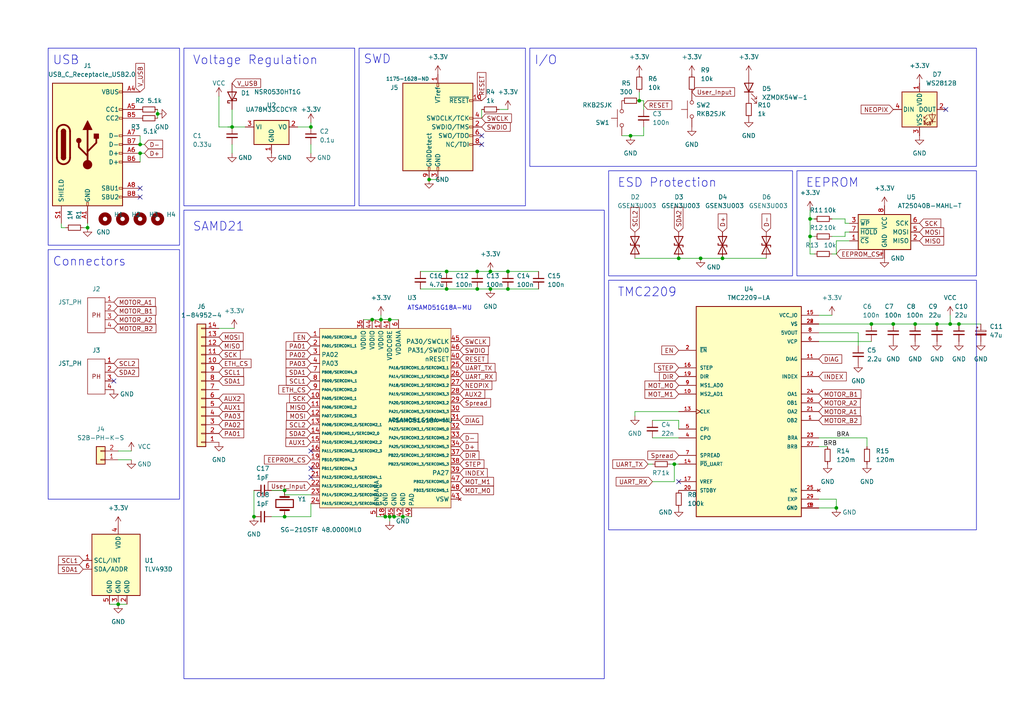
<source format=kicad_sch>
(kicad_sch (version 20230121) (generator eeschema)
  (paper "A4")
  (junction (at 129.54 78.74))
  (junction (at 113.03 149.86))
  (junction (at 107.95 92.71))
  (junction (at 25.4 66.04))
  (junction (at 147.32 83.82))
  (junction (at 129.54 83.82))
  (junction (at 114.3 149.86))
  (junction (at 234.95 68.58))
  (junction (at 195.58 134.62))
  (junction (at 147.32 78.74))
  (junction (at 265.43 93.98))
  (junction (at 82.55 142.24))
  (junction (at 90.17 36.83))
  (junction (at 259.08 93.98))
  (junction (at 278.13 93.98))
  (junction (at 138.43 78.74))
  (junction (at 209.55 74.93))
  (junction (at 82.55 149.86))
  (junction (at 138.43 83.82))
  (junction (at 67.31 36.83))
  (junction (at 110.49 92.71))
  (junction (at 196.85 74.93))
  (junction (at 242.57 147.32))
  (junction (at 113.03 92.71))
  (junction (at 40.64 44.45))
  (junction (at 252.73 93.98))
  (junction (at 40.64 41.91))
  (junction (at 234.95 63.5))
  (junction (at 142.24 78.74))
  (junction (at 182.88 39.37))
  (junction (at 45.72 33.02))
  (junction (at 124.46 52.07))
  (junction (at 203.2 74.93))
  (junction (at 116.84 149.86))
  (junction (at 73.66 149.86))
  (junction (at 271.78 93.98))
  (junction (at 34.29 175.26))
  (junction (at 111.76 149.86))
  (junction (at 185.42 29.21))
  (junction (at 275.59 93.98))
  (junction (at 142.24 83.82))
  (no_connect (at 40.64 54.61))
  (no_connect (at 139.7 39.37))
  (no_connect (at 33.02 110.49))
  (no_connect (at 196.85 139.7))
  (no_connect (at 90.17 138.43))
  (no_connect (at 40.64 57.15))
  (no_connect (at 90.17 130.81))
  (no_connect (at 139.7 41.91))
  (no_connect (at 90.17 135.89))
  (no_connect (at 274.32 31.75))
  (wire (pts (xy 138.43 78.74) (xy 142.24 78.74)))
  (wire (pts (xy 40.64 41.91) (xy 41.91 41.91)))
  (wire (pts (xy 19.05 66.04) (xy 17.78 66.04)))
  (wire (pts (xy 38.1 133.35) (xy 34.29 133.35)))
  (wire (pts (xy 34.29 175.26) (xy 36.83 175.26)))
  (wire (pts (xy 245.11 64.77) (xy 246.38 64.77)))
  (wire (pts (xy 186.69 31.75) (xy 186.69 29.21)))
  (wire (pts (xy 248.92 96.52) (xy 237.49 96.52)))
  (wire (pts (xy 142.24 78.74) (xy 147.32 78.74)))
  (wire (pts (xy 63.5 27.94) (xy 63.5 36.83)))
  (wire (pts (xy 121.92 78.74) (xy 129.54 78.74)))
  (wire (pts (xy 203.2 74.93) (xy 209.55 74.93)))
  (wire (pts (xy 78.74 149.86) (xy 82.55 149.86)))
  (wire (pts (xy 73.66 142.24) (xy 73.66 149.86)))
  (wire (pts (xy 113.03 92.71) (xy 115.57 92.71)))
  (wire (pts (xy 237.49 99.06) (xy 252.73 99.06)))
  (wire (pts (xy 259.08 93.98) (xy 265.43 93.98)))
  (wire (pts (xy 234.95 60.96) (xy 234.95 63.5)))
  (wire (pts (xy 67.31 31.75) (xy 67.31 36.83)))
  (wire (pts (xy 116.84 149.86) (xy 114.3 149.86)))
  (wire (pts (xy 86.36 36.83) (xy 90.17 36.83)))
  (wire (pts (xy 109.22 149.86) (xy 111.76 149.86)))
  (wire (pts (xy 67.945 95.25) (xy 63.5 95.25)))
  (wire (pts (xy 40.64 39.37) (xy 40.64 41.91)))
  (wire (pts (xy 38.1 130.81) (xy 34.29 130.81)))
  (wire (pts (xy 241.3 73.66) (xy 242.57 73.66)))
  (wire (pts (xy 237.49 129.54) (xy 240.03 129.54)))
  (wire (pts (xy 25.4 64.77) (xy 25.4 66.04)))
  (wire (pts (xy 24.13 66.04) (xy 25.4 66.04)))
  (wire (pts (xy 242.57 147.32) (xy 237.49 147.32)))
  (wire (pts (xy 66.04 36.83) (xy 67.31 36.83)) (stroke (width 0.1524)))
  (wire (pts (xy 196.85 119.38) (xy 184.15 119.38)))
  (wire (pts (xy 189.23 139.7) (xy 195.58 139.7)))
  (wire (pts (xy 275.59 93.98) (xy 278.13 93.98)))
  (wire (pts (xy 182.88 39.37) (xy 180.34 39.37)))
  (wire (pts (xy 195.58 134.62) (xy 196.85 134.62)))
  (wire (pts (xy 45.72 33.02) (xy 45.72 31.75)))
  (wire (pts (xy 186.69 36.83) (xy 186.69 39.37)))
  (wire (pts (xy 237.49 93.98) (xy 252.73 93.98)))
  (wire (pts (xy 107.95 92.71) (xy 110.49 92.71)))
  (wire (pts (xy 242.57 69.85) (xy 246.38 69.85)))
  (wire (pts (xy 189.23 134.62) (xy 187.96 134.62)))
  (wire (pts (xy 78.74 142.24) (xy 82.55 142.24)))
  (wire (pts (xy 147.32 31.75) (xy 144.78 31.75)))
  (wire (pts (xy 237.49 144.78) (xy 242.57 144.78)))
  (wire (pts (xy 275.59 91.44) (xy 275.59 93.98)))
  (wire (pts (xy 82.55 143.51) (xy 82.55 142.24)))
  (wire (pts (xy 71.12 36.83) (xy 67.31 36.83)) (stroke (width 0.1524)))
  (wire (pts (xy 185.42 26.67) (xy 185.42 29.21)))
  (wire (pts (xy 245.11 67.31) (xy 246.38 67.31)))
  (wire (pts (xy 189.23 127) (xy 196.85 127)))
  (wire (pts (xy 265.43 93.98) (xy 271.78 93.98)))
  (wire (pts (xy 234.95 68.58) (xy 234.95 63.5)))
  (wire (pts (xy 237.49 127) (xy 251.46 127)))
  (wire (pts (xy 236.22 63.5) (xy 234.95 63.5)))
  (wire (pts (xy 114.3 149.86) (xy 113.03 149.86)))
  (wire (pts (xy 186.69 29.21) (xy 185.42 29.21)))
  (wire (pts (xy 184.15 74.93) (xy 196.85 74.93)))
  (wire (pts (xy 147.32 78.74) (xy 156.21 78.74)))
  (wire (pts (xy 45.72 34.29) (xy 45.72 33.02)))
  (wire (pts (xy 196.85 74.93) (xy 203.2 74.93)))
  (wire (pts (xy 31.75 175.26) (xy 34.29 175.26)))
  (wire (pts (xy 241.3 91.44) (xy 237.49 91.44)))
  (wire (pts (xy 124.46 52.07) (xy 127 52.07)))
  (wire (pts (xy 245.11 63.5) (xy 245.11 64.77)))
  (wire (pts (xy 278.13 93.98) (xy 284.48 93.98)))
  (wire (pts (xy 40.64 44.45) (xy 40.64 46.99)))
  (wire (pts (xy 184.15 119.38) (xy 184.15 120.65)))
  (wire (pts (xy 236.22 73.66) (xy 234.95 73.66)))
  (wire (pts (xy 82.55 149.86) (xy 90.17 149.86)))
  (wire (pts (xy 67.31 44.45) (xy 67.31 41.91)))
  (wire (pts (xy 234.95 73.66) (xy 234.95 68.58)))
  (wire (pts (xy 242.57 73.66) (xy 242.57 69.85)))
  (wire (pts (xy 63.5 36.83) (xy 67.31 36.83)))
  (wire (pts (xy 113.03 149.86) (xy 113.03 151.13)))
  (wire (pts (xy 252.73 93.98) (xy 259.08 93.98)))
  (wire (pts (xy 129.54 78.74) (xy 138.43 78.74)))
  (wire (pts (xy 245.11 68.58) (xy 245.11 67.31)))
  (wire (pts (xy 90.17 41.91) (xy 90.17 44.45)))
  (wire (pts (xy 116.84 149.86) (xy 119.38 149.86)))
  (wire (pts (xy 186.69 39.37) (xy 182.88 39.37)))
  (wire (pts (xy 271.78 93.98) (xy 275.59 93.98)))
  (wire (pts (xy 241.3 63.5) (xy 245.11 63.5)))
  (wire (pts (xy 139.7 31.75) (xy 139.7 34.29)))
  (wire (pts (xy 196.85 121.92) (xy 196.85 124.46)))
  (wire (pts (xy 110.49 91.44) (xy 110.49 92.71)))
  (wire (pts (xy 241.3 68.58) (xy 245.11 68.58)))
  (wire (pts (xy 194.31 134.62) (xy 195.58 134.62)))
  (wire (pts (xy 147.32 83.82) (xy 156.21 83.82)))
  (wire (pts (xy 111.76 149.86) (xy 113.03 149.86)))
  (wire (pts (xy 195.58 139.7) (xy 195.58 134.62)))
  (wire (pts (xy 129.54 83.82) (xy 138.43 83.82)))
  (wire (pts (xy 121.92 83.82) (xy 129.54 83.82)))
  (wire (pts (xy 189.23 121.92) (xy 196.85 121.92)))
  (wire (pts (xy 242.57 144.78) (xy 242.57 147.32)))
  (wire (pts (xy 110.49 92.71) (xy 113.03 92.71)))
  (wire (pts (xy 17.78 64.77) (xy 17.78 66.04)))
  (wire (pts (xy 105.41 92.71) (xy 107.95 92.71)))
  (wire (pts (xy 40.64 44.45) (xy 41.91 44.45)))
  (wire (pts (xy 142.24 83.82) (xy 147.32 83.82)))
  (wire (pts (xy 90.17 35.56) (xy 90.17 36.83)))
  (wire (pts (xy 90.17 149.86) (xy 90.17 146.05)))
  (wire (pts (xy 236.22 68.58) (xy 234.95 68.58)))
  (wire (pts (xy 90.17 143.51) (xy 82.55 143.51)))
  (wire (pts (xy 209.55 74.93) (xy 222.25 74.93)))
  (wire (pts (xy 251.46 127) (xy 251.46 129.54)))
  (wire (pts (xy 248.92 100.33) (xy 248.92 96.52)))
  (wire (pts (xy 138.43 83.82) (xy 142.24 83.82)))
  (rectangle (start 53.34 13.97) (end 102.87 59.69))
  (rectangle (start 153.67 13.97) (end 283.21 48.26))
  (rectangle (start 53.34 60.96) (end 175.26 196.85))
  (rectangle (start 176.53 81.28) (end 283.21 153.67))
  (rectangle (start 13.97 13.97) (end 52.07 71.12))
  (rectangle (start 13.97 72.39) (end 52.07 144.78))
  (rectangle (start 231.14 49.53) (end 283.21 80.01))
  (rectangle (start 104.14 13.97) (end 152.4 59.69))
  (rectangle (start 176.53 49.53) (end 229.87 80.01))
  (text "SAMD21" (at 55.88 67.31 0) (effects (font (size 2.54 2.54)) (justify left bottom)))
  (text "					" (at 38.1 161.29 0) (effects (font (size 5.08 5.08)) (justify left bottom)))
  (text "EEPROM" (at 233.68 54.61 0) (effects (font (size 2.54 2.54)) (justify left bottom)))
  (text "Connectors" (at 15.24 77.47 0) (effects (font (size 2.54 2.54)) (justify left bottom)))
  (text "ESD Protection\n" (at 179.07 54.61 0) (effects (font (size 2.54 2.54)) (justify left bottom)))
  (text "TMC2209" (at 179.07 86.36 0) (effects (font (size 2.54 2.54)) (justify left bottom)))
  (text "I/O" (at 154.94 19.05 0) (effects (font (size 2.54 2.54)) (justify left bottom)))
  (text "ATSAMD51G18A-MU" (at 118.11 90.17 0) (effects (font (size 1.27 1.27)) (justify left bottom)))
  (text "Voltage Regulation\n" (at 55.88 19.05 0) (effects (font (size 2.54 2.54)) (justify left bottom)))
  (text "SWD\n\n" (at 105.41 22.86 0) (effects (font (size 2.54 2.54)) (justify left bottom)))
  (text "USB" (at 15.24 19.05 0) (effects (font (size 2.54 2.54)) (justify left bottom)))
  (label "BRA" (at 242.57 127 0))
  (label "BRB" (at 238.76 129.54 0))
  (global_label "RESET" (shape input) (at 186.69 30.48 0) (property "Intersheetrefs" "${INTERSHEET_REFS}" (effects hide)))
  (global_label "D+" (shape input) (at 41.91 44.45 0) (property "Intersheetrefs" "${INTERSHEET_REFS}" (effects hide)))
  (global_label "MISO" (shape input) (at 63.5 100.33 0) (property "Intersheetrefs" "${INTERSHEET_REFS}" (effects hide)))
  (global_label "SDA1" (shape input) (at 90.17 107.95 180) (property "Intersheetrefs" "${INTERSHEET_REFS}" (effects hide)))
  (global_label "SDA1" (shape input) (at 24.13 165.1 180) (property "Intersheetrefs" "${INTERSHEET_REFS}" (effects hide)))
  (global_label "AUX2" (shape input) (at 133.35 114.3 0) (property "Intersheetrefs" "${INTERSHEET_REFS}" (effects hide)))
  (global_label "MOTOR_B2" (shape input) (at 237.49 121.92 0) (property "Intersheetrefs" "${INTERSHEET_REFS}" (effects hide)))
  (global_label "SCL2" (shape input) (at 90.17 123.19 180) (property "Intersheetrefs" "${INTERSHEET_REFS}" (effects hide)))
  (global_label "MOT_M1" (shape input) (at 133.35 139.7 0) (property "Intersheetrefs" "${INTERSHEET_REFS}" (effects hide)))
  (global_label "UART_RX" (shape input) (at 133.35 109.22 0) (property "Intersheetrefs" "${INTERSHEET_REFS}" (effects hide)))
  (global_label "PA03" (shape input) (at 63.5 120.65 0) (property "Intersheetrefs" "${INTERSHEET_REFS}" (effects hide)))
  (global_label "PA01" (shape input) (at 90.17 100.33 180) (property "Intersheetrefs" "${INTERSHEET_REFS}" (effects hide)))
  (global_label "SCL1" (shape input) (at 63.5 107.95 0) (property "Intersheetrefs" "${INTERSHEET_REFS}" (effects hide)))
  (global_label "AUX2" (shape input) (at 63.5 115.57 0) (property "Intersheetrefs" "${INTERSHEET_REFS}" (effects hide)))
  (global_label "EN" (shape input) (at 196.85 101.6 180) (property "Intersheetrefs" "${INTERSHEET_REFS}" (effects hide)))
  (global_label "D-" (shape input) (at 222.25 67.31 90) (property "Intersheetrefs" "${INTERSHEET_REFS}" (effects hide)))
  (global_label "SCL2" (shape input) (at 184.15 67.31 90) (property "Intersheetrefs" "${INTERSHEET_REFS}" (effects hide)))
  (global_label "SCL2" (shape input) (at 33.02 105.41 0) (property "Intersheetrefs" "${INTERSHEET_REFS}" (effects hide)))
  (global_label "NEOPIX" (shape input) (at 133.35 111.76 0) (property "Intersheetrefs" "${INTERSHEET_REFS}" (effects hide)))
  (global_label "INDEX" (shape input) (at 133.35 137.16 0) (property "Intersheetrefs" "${INTERSHEET_REFS}" (effects hide)))
  (global_label "V_USB" (shape input) (at 67.31 24.13 0) (property "Intersheetrefs" "${INTERSHEET_REFS}" (effects hide)))
  (global_label "Spread" (shape input) (at 196.85 132.08 180) (property "Intersheetrefs" "${INTERSHEET_REFS}" (effects hide)))
  (global_label "D+" (shape input) (at 133.35 129.54 0) (property "Intersheetrefs" "${INTERSHEET_REFS}" (effects hide)))
  (global_label "EEPROM_CS" (shape input) (at 90.17 133.35 180) (property "Intersheetrefs" "${INTERSHEET_REFS}" (effects hide)))
  (global_label "SWDIO" (shape input) (at 133.35 101.6 0) (property "Intersheetrefs" "${INTERSHEET_REFS}" (effects hide)))
  (global_label "D-" (shape input) (at 133.35 127 0) (property "Intersheetrefs" "${INTERSHEET_REFS}" (effects hide)))
  (global_label "SCL1" (shape input) (at 90.17 110.49 180) (property "Intersheetrefs" "${INTERSHEET_REFS}" (effects hide)))
  (global_label "MISO" (shape input) (at 266.7 69.85 0) (property "Intersheetrefs" "${INTERSHEET_REFS}" (effects hide)))
  (global_label "PA02" (shape input) (at 63.5 123.19 0) (property "Intersheetrefs" "${INTERSHEET_REFS}" (effects hide)))
  (global_label "DIR" (shape input) (at 196.85 109.22 180) (property "Intersheetrefs" "${INTERSHEET_REFS}" (effects hide)))
  (global_label "SDA2" (shape input) (at 90.17 125.73 180) (property "Intersheetrefs" "${INTERSHEET_REFS}" (effects hide)))
  (global_label "D-" (shape input) (at 41.91 41.91 0) (property "Intersheetrefs" "${INTERSHEET_REFS}" (effects hide)))
  (global_label "ETH_CS" (shape input) (at 90.17 113.03 180) (property "Intersheetrefs" "${INTERSHEET_REFS}" (effects hide)))
  (global_label "SWCLK" (shape input) (at 139.7 34.29 0) (property "Intersheetrefs" "${INTERSHEET_REFS}" (effects hide)))
  (global_label "EN" (shape input) (at 90.17 97.79 180) (property "Intersheetrefs" "${INTERSHEET_REFS}" (effects hide)))
  (global_label "PA01" (shape input) (at 63.5 125.73 0) (property "Intersheetrefs" "${INTERSHEET_REFS}" (effects hide)))
  (global_label "STEP" (shape input) (at 196.85 106.68 180) (property "Intersheetrefs" "${INTERSHEET_REFS}" (effects hide)))
  (global_label "MOSI" (shape input) (at 63.5 97.79 0) (property "Intersheetrefs" "${INTERSHEET_REFS}" (effects hide)))
  (global_label "MOTOR_A2" (shape input) (at 237.49 116.84 0) (property "Intersheetrefs" "${INTERSHEET_REFS}" (effects hide)))
  (global_label "SCK" (shape input) (at 63.5 102.87 0) (property "Intersheetrefs" "${INTERSHEET_REFS}" (effects hide)))
  (global_label "NEOPIX" (shape input) (at 259.08 31.75 180) (property "Intersheetrefs" "${INTERSHEET_REFS}" (effects hide)))
  (global_label "DIAG" (shape input) (at 133.35 121.92 0) (property "Intersheetrefs" "${INTERSHEET_REFS}" (effects hide)))
  (global_label "AUX1" (shape input) (at 90.17 128.27 180) (property "Intersheetrefs" "${INTERSHEET_REFS}" (effects hide)))
  (global_label "DIR" (shape input) (at 133.35 132.08 0) (property "Intersheetrefs" "${INTERSHEET_REFS}" (effects hide)))
  (global_label "Spread" (shape input) (at 133.35 116.84 0) (property "Intersheetrefs" "${INTERSHEET_REFS}" (effects hide)))
  (global_label "SWCLK" (shape input) (at 133.35 99.06 0) (property "Intersheetrefs" "${INTERSHEET_REFS}" (effects hide)))
  (global_label "UART_RX" (shape input) (at 189.23 139.7 180) (property "Intersheetrefs" "${INTERSHEET_REFS}" (effects hide)))
  (global_label "DIAG" (shape input) (at 237.49 104.14 0) (property "Intersheetrefs" "${INTERSHEET_REFS}" (effects hide)))
  (global_label "UART_TX" (shape input) (at 133.35 106.68 0) (property "Intersheetrefs" "${INTERSHEET_REFS}" (effects hide)))
  (global_label "MISO" (shape input) (at 90.17 118.11 180) (property "Intersheetrefs" "${INTERSHEET_REFS}" (effects hide)))
  (global_label "MOTOR_B2" (shape input) (at 33.02 95.25 0) (property "Intersheetrefs" "${INTERSHEET_REFS}" (effects hide)))
  (global_label "SDA2" (shape input) (at 33.02 107.95 0) (property "Intersheetrefs" "${INTERSHEET_REFS}" (effects hide)))
  (global_label "AUX1" (shape input) (at 63.5 118.11 0) (property "Intersheetrefs" "${INTERSHEET_REFS}" (effects hide)))
  (global_label "MOTOR_B1" (shape input) (at 33.02 90.17 0) (property "Intersheetrefs" "${INTERSHEET_REFS}" (effects hide)))
  (global_label "SDA1" (shape input) (at 63.5 110.49 0) (property "Intersheetrefs" "${INTERSHEET_REFS}" (effects hide)))
  (global_label "V_USB" (shape input) (at 40.64 26.67 90) (property "Intersheetrefs" "${INTERSHEET_REFS}" (effects hide)))
  (global_label "MOT_M0" (shape input) (at 133.35 142.24 0) (property "Intersheetrefs" "${INTERSHEET_REFS}" (effects hide)))
  (global_label "RESET" (shape input) (at 139.7 29.21 90) (property "Intersheetrefs" "${INTERSHEET_REFS}" (effects hide)))
  (global_label "MOT_M1" (shape input) (at 196.85 114.3 180) (property "Intersheetrefs" "${INTERSHEET_REFS}" (effects hide)))
  (global_label "SWDIO" (shape input) (at 139.7 36.83 0) (property "Intersheetrefs" "${INTERSHEET_REFS}" (effects hide)))
  (global_label "MOT_M0" (shape input) (at 196.85 111.76 180) (property "Intersheetrefs" "${INTERSHEET_REFS}" (effects hide)))
  (global_label "PA03" (shape input) (at 90.17 105.41 180) (property "Intersheetrefs" "${INTERSHEET_REFS}" (effects hide)))
  (global_label "ETH_CS" (shape input) (at 63.5 105.41 0) (property "Intersheetrefs" "${INTERSHEET_REFS}" (effects hide)))
  (global_label "UART_TX" (shape input) (at 187.96 134.62 180) (property "Intersheetrefs" "${INTERSHEET_REFS}" (effects hide)))
  (global_label "PA02" (shape input) (at 90.17 102.87 180) (property "Intersheetrefs" "${INTERSHEET_REFS}" (effects hide)))
  (global_label "User_Input" (shape input) (at 200.66 26.67 0) (property "Intersheetrefs" "${INTERSHEET_REFS}" (effects hide)))
  (global_label "User_Input" (shape input) (at 90.17 140.97 180) (property "Intersheetrefs" "${INTERSHEET_REFS}" (effects hide)))
  (global_label "SCK" (shape input) (at 90.17 115.57 180) (property "Intersheetrefs" "${INTERSHEET_REFS}" (effects hide)))
  (global_label "MOTOR_A2" (shape input) (at 33.02 92.71 0) (property "Intersheetrefs" "${INTERSHEET_REFS}" (effects hide)))
  (global_label "D+" (shape input) (at 209.55 67.31 90) (property "Intersheetrefs" "${INTERSHEET_REFS}" (effects hide)))
  (global_label "MOSI" (shape input) (at 266.7 67.31 0) (property "Intersheetrefs" "${INTERSHEET_REFS}" (effects hide)))
  (global_label "MOTOR_B1" (shape input) (at 237.49 114.3 0) (property "Intersheetrefs" "${INTERSHEET_REFS}" (effects hide)))
  (global_label "STEP" (shape input) (at 133.35 134.62 0) (property "Intersheetrefs" "${INTERSHEET_REFS}" (effects hide)))
  (global_label "MOTOR_A1" (shape input) (at 237.49 119.38 0) (property "Intersheetrefs" "${INTERSHEET_REFS}" (effects hide)))
  (global_label "SCL1" (shape input) (at 24.13 162.56 180) (property "Intersheetrefs" "${INTERSHEET_REFS}" (effects hide)))
  (global_label "EEPROM_CS" (shape input) (at 242.57 73.66 0) (property "Intersheetrefs" "${INTERSHEET_REFS}" (effects hide)))
  (global_label "INDEX" (shape input) (at 237.49 109.22 0) (property "Intersheetrefs" "${INTERSHEET_REFS}" (effects hide)))
  (global_label "SDA2" (shape input) (at 196.85 67.31 90) (property "Intersheetrefs" "${INTERSHEET_REFS}" (effects hide)))
  (global_label "MOTOR_A1" (shape input) (at 33.02 87.63 0) (property "Intersheetrefs" "${INTERSHEET_REFS}" (effects hide)))
  (global_label "SCK" (shape input) (at 266.7 64.77 0) (property "Intersheetrefs" "${INTERSHEET_REFS}" (effects hide)))
  (global_label "MOSI" (shape input) (at 90.17 120.65 180) (property "Intersheetrefs" "${INTERSHEET_REFS}" (effects hide)))
  (global_label "RESET" (shape input) (at 133.35 104.14 0) (property "Intersheetrefs" "${INTERSHEET_REFS}" (effects hide)))
  (symbol (lib_id "power:GND") (at 196.85 147.32 0) (unit 1)
    (property "Reference" "#PWR022" (effects hide))
    (property "Value" "GND" (at 193.04 148.59 0))
  )
  (symbol (lib_id "power:GND") (at 256.54 74.93 0) (unit 1)
    (property "Reference" "#PWR035" (effects hide))
    (property "Value" "GND" (at 260.35 74.93 0))
  )
  (symbol (lib_id "Connector_Generic:Conn_01x14") (at 58.42 113.03 180) (unit 1)
    (property "Reference" "J6" (at 58.42 88.9 0))
    (property "Value" "1-84952-4" (at 58.42 91.44 0))
    (property "Footprint" "Connector_FFC-FPC:TE_1-84952-4_1x14-1MP_P1.0mm_Horizontal" (effects hide))
  )
  (symbol (lib_id "power:GND") (at 217.17 34.29 0) (unit 1)
    (property "Reference" "#PWR027" (effects hide))
    (property "Value" "GND" (at 217.17 39.37 0))
  )
  (symbol (lib_id "Device:R_Small") (at 238.76 73.66 90) (unit 1)
    (property "Reference" "R13" (at 237.49 71.12 90) (effects (justify left)))
    (property "Value" "10k" (at 242.57 71.12 90) (effects (justify left)))
    (property "Footprint" "Resistor_SMD:R_0402_1005Metric" (effects hide))
  )
  (symbol (lib_id "Device:LED") (at 217.17 25.4 90) (unit 1)
    (property "Reference" "D5" (at 220.98 25.7175 90) (effects (justify right)))
    (property "Value" "XZMDK54W-1" (at 220.98 28.2575 90) (effects (justify right)))
    (property "Footprint" "LED_SMD:LED_0603_1608Metric" (effects hide))
  )
  (symbol (lib_id "Mechanical:MountingHole") (at 40.64 63.5 0) (unit 1)
    (property "Reference" "H3" (at 43.18 62.23 0) (effects (justify left)))
    (property "Value" "MountingHole" (effects hide))
    (property "Footprint" "MountingHole:MountingHole_3.2mm_M3" (effects hide))
  )
  (symbol (lib_id "power:+3.3V") (at 142.24 78.74 0) (unit 1)
    (property "Reference" "#PWR047" (effects hide))
    (property "Value" "+3.3V" (at 142.24 73.66 0))
  )
  (symbol (lib_id "power:GND") (at 124.46 52.07 0) (unit 1)
    (property "Reference" "#PWR016" (effects hide))
    (property "Value" "GND" (at 128.27 52.07 0))
  )
  (symbol (lib_id "Device:C_Small") (at 252.73 96.52 0) (unit 1)
    (property "Reference" "C6" (at 250.19 88.9 0) (effects (justify left)))
    (property "Value" "100n" (at 250.19 91.44 0) (effects (justify left)))
    (property "Footprint" "Capacitor_SMD:C_0402_1005Metric" (effects hide))
  )
  (symbol (lib_id "power:VCC") (at 275.59 91.44 0) (unit 1)
    (property "Reference" "#PWR041" (effects hide))
    (property "Value" "VCC" (at 275.59 86.36 0))
  )
  (symbol (lib_id "power:GND") (at 240.03 134.62 0) (unit 1)
    (property "Reference" "#PWR029" (effects hide))
    (property "Value" "GND" (at 240.03 139.7 0))
  )
  (symbol (lib_id "Device:C_Small") (at 90.17 39.37 0) (unit 1)
    (property "Reference" "C2" (at 92.71 38.1063 0) (effects (justify left)))
    (property "Value" "0.1u" (at 92.71 40.6463 0) (effects (justify left)))
    (property "Footprint" "Capacitor_SMD:C_0402_1005Metric" (effects hide))
  )
  (symbol (lib_id "Diode:NSR0340HT1G") (at 67.31 27.94 90) (unit 1)
    (property "Reference" "D1" (at 69.85 26.9875 90) (effects (justify right)))
    (property "Value" "NSR0530HT1G" (at 73.66 26.67 90) (effects (justify right)))
    (property "Footprint" "Diode_SMD:D_SOD-323" (effects hide))
    (property "Datasheet" "https://www.onsemi.com/pub/Collateral/NSR0340H-D.PDF" (effects hide))
  )
  (symbol (lib_id "Device:R_Small") (at 43.18 31.75 90) (unit 1)
    (property "Reference" "R2" (at 41.91 29.21 90) (effects (justify left)))
    (property "Value" "5.1k" (at 46.99 29.21 90) (effects (justify left)))
    (property "Footprint" "Resistor_SMD:R_0402_1005Metric" (effects hide))
  )
  (symbol (lib_id "Device:R_Small") (at 217.17 31.75 0) (unit 1)
    (property "Reference" "R10" (at 219.71 30.48 0) (effects (justify left)))
    (property "Value" "1k" (at 219.71 33.02 0) (effects (justify left)))
    (property "Footprint" "Resistor_SMD:R_0402_1005Metric" (effects hide))
  )
  (symbol (lib_id "Device:R_Small") (at 238.76 63.5 90) (unit 1)
    (property "Reference" "R11" (at 238.76 60.96 90) (effects (justify left)))
    (property "Value" "10k" (at 242.57 60.96 90) (effects (justify left)))
    (property "Footprint" "Resistor_SMD:R_0402_1005Metric" (effects hide))
  )
  (symbol (lib_id "Connector:USB_C_Receptacle_USB2.0") (at 25.4 41.91 0) (unit 1)
    (property "Reference" "J1" (at 25.4 19.05 0))
    (property "Value" "USB_C_Receptacle_USB2.0" (at 26.67 21.59 0))
    (property "Footprint" "Connector_USB:USB_C_Receptacle_G-Switch_GT-USB-7010ASV" (effects hide))
    (property "Datasheet" "https://www.usb.org/sites/default/files/documents/usb_type-c.zip" (effects hide))
  )
  (symbol (lib_id "power:+3.3V") (at 241.3 91.44 0) (unit 1)
    (property "Reference" "#PWR030" (effects hide))
    (property "Value" "+3.3V" (at 241.3 86.36 0))
  )
  (symbol (lib_id "power:GND") (at 284.48 99.06 0) (unit 1)
    (property "Reference" "#PWR045" (effects hide))
    (property "Value" "GND" (at 284.48 104.14 0))
  )
  (symbol (lib_id "power:GND") (at 34.29 175.26 0) (unit 1)
    (property "Reference" "#PWR04" (effects hide))
    (property "Value" "GND" (at 34.29 180.34 0))
  )
  (symbol (lib_id "Device:C_Small") (at 186.69 34.29 0) (unit 1)
    (property "Reference" "C3" (at 189.23 33.0263 0) (effects (justify left)))
    (property "Value" "100n" (at 189.23 35.5663 0) (effects (justify left)))
    (property "Footprint" "Capacitor_SMD:C_0402_1005Metric" (effects hide))
  )
  (symbol (lib_id "Mechanical:MountingHole") (at 30.48 63.5 0) (unit 1)
    (property "Reference" "H1" (at 33.02 62.23 0) (effects (justify left)))
    (property "Value" "MountingHole" (effects hide))
    (property "Footprint" "MountingHole:MountingHole_3.2mm_M3" (effects hide))
  )
  (symbol (lib_id "power:GND") (at 203.2 74.93 0) (unit 1)
    (property "Reference" "#PWR025" (effects hide))
    (property "Value" "GND" (at 207.01 77.47 0))
  )
  (symbol (lib_id "power:GND") (at 278.13 99.06 0) (unit 1)
    (property "Reference" "#PWR042" (effects hide))
    (property "Value" "GND" (at 278.13 104.14 0))
  )
  (symbol (lib_id "power:GND") (at 73.66 149.86 0) (unit 1)
    (property "Reference" "#PWR048" (effects hide))
    (property "Value" "GND" (at 73.66 154.94 0))
  )
  (symbol (lib_id "power:VCC") (at 38.1 130.81 0) (unit 1)
    (property "Reference" "#PWR05" (effects hide))
    (property "Value" "VCC" (at 41.91 129.54 0))
  )
  (symbol (lib_id "power:GND") (at 142.24 83.82 0) (unit 1)
    (property "Reference" "#PWR046" (effects hide))
    (property "Value" "GND" (at 142.24 88.9 0))
  )
  (symbol (lib_id "power:GND") (at 90.17 44.45 0) (unit 1)
    (property "Reference" "#PWR013" (effects hide))
    (property "Value" "GND" (at 93.98 45.72 0))
  )
  (symbol (lib_id "power:+3.3V") (at 200.66 21.59 0) (unit 1)
    (property "Reference" "#PWR023" (effects hide))
    (property "Value" "+3.3V" (at 200.66 16.51 0))
  )
  (symbol (lib_id "Device:R_Small") (at 142.24 31.75 90) (unit 1)
    (property "Reference" "R4" (at 142.24 26.67 90))
    (property "Value" "1k" (at 142.24 29.21 90))
    (property "Footprint" "Resistor_SMD:R_0402_1005Metric" (effects hide))
  )
  (symbol (lib_id "power:GND") (at 200.66 36.83 0) (unit 1)
    (property "Reference" "#PWR024" (effects hide))
    (property "Value" "GND" (at 200.66 41.91 0))
  )
  (symbol (lib_id "TMC2209-LA:TMC2209-LA") (at 217.17 119.38 0) (unit 1)
    (property "Reference" "U4" (at 217.17 83.82 0))
    (property "Value" "TMC2209-LA" (at 217.17 86.36 0))
    (property "Footprint" "Package_DFN_QFN:QFN-28-1EP_5x5mm_P0.5mm_EP3.35x3.35mm_ThermalVias" (effects hide))
    (property "MF" "Trinamic" (effects hide))
    (property "MAXIMUM_PACKAGE_HEIGHT" "0.90mm" (effects hide))
    (property "Package" "VFQFN-28 Trinamic" (effects hide))
    (property "Price" "None" (effects hide))
    (property "Check_prices" "https://www.snapeda.com/parts/TMC2209-LA/Trinamic/view-part/?ref=eda" (effects hide))
    (property "STANDARD" "IPC-7351B" (effects hide))
    (property "PARTREV" "1.08" (effects hide))
    (property "SnapEDA_Link" "https://www.snapeda.com/parts/TMC2209-LA/Trinamic/view-part/?ref=snap" (effects hide))
    (property "MP" "TMC2209-LA" (effects hide))
    (property "Description" "\nMotor / Motion / Ignition Controllers & Drivers Stepper Motor Driver/Controller, 4.75-28V, 2.0A, Step/Dir, QFN28\n" (effects hide))
    (property "MANUFACTURER" "Trinamic" (effects hide))
    (property "Availability" "Not in stock" (effects hide))
    (property "SNAPEDA_PN" "TMC2209-LA" (effects hide))
  )
  (symbol (lib_id "Device:C_Small") (at 129.54 81.28 0) (unit 1)
    (property "Reference" "C12" (at 132.08 80.0163 0) (effects (justify left)))
    (property "Value" "100n" (at 132.08 82.5563 0) (effects (justify left)))
    (property "Footprint" "Capacitor_SMD:C_0402_1005Metric" (effects hide))
  )
  (symbol (lib_id "Regulator_Linear:AP1117-33") (at 78.74 36.83 0) (unit 1)
    (property "Reference" "U2" (at 78.74 30.48 0))
    (property "Value" "UA78M33CDCYR" (at 78.74 31.75 0))
    (property "Footprint" "Package_TO_SOT_SMD:SOT-223-3_TabPin2" (effects hide))
    (property "Datasheet" "http://www.diodes.com/datasheets/AP1117.pdf" (effects hide))
  )
  (symbol (lib_id "Device:Crystal") (at 82.55 146.05 90) (unit 1)
    (property "Reference" "Y1" (at 86.36 144.78 90) (effects (justify right)))
    (property "Value" "SG-210STF 48.0000ML0" (at 81.28 153.67 90) (effects (justify right)))
    (property "Footprint" "Crystal:Crystal_SMD_2520-4Pin_2.5x2.0mm" (effects hide))
  )
  (symbol (lib_id "samd51G18:ATSAMD51G18A-MU") (at 113.03 120.65 0) (unit 1)
    (property "Reference" "U3" (at 118.11 86.36 0) (effects (justify left)))
    (property "Value" "ATSAMD51G18A-MU" (at 121.92 121.92 0))
    (property "Footprint" "Package_DFN_QFN:VQFN-48-1EP_7x7mm_P0.5mm_EP5.15x5.15mm" (effects hide))
  )
  (symbol (lib_id "LED:WS2812B") (at 266.7 31.75 0) (unit 1)
    (property "Reference" "D7" (at 271.78 21.59 0))
    (property "Value" "WS2812B" (at 273.05 24.13 0))
    (property "Footprint" "LED_SMD:LED_WS2812B_PLCC4_5.0x5.0mm_P3.2mm" (effects hide))
    (property "Datasheet" "https://cdn-shop.adafruit.com/datasheets/WS2812B.pdf" (effects hide))
  )
  (symbol (lib_id "USB_C_Full_Featured:Conn_ARM_JTAG_SWD_10") (at 127 36.83 0) (unit 1)
    (property "Reference" "J5" (at 115.57 25.4 0) (effects (justify right)))
    (property "Value" "1175-1628-ND" (at 124.46 22.86 0) (effects (font (size 1.016 1.016)) (justify right)))
    (property "Footprint" "Connector_PinHeader_1.27mm:PinHeader_2x05_P1.27mm_Horizontal" (effects hide))
    (property "Datasheet" "http://infocenter.arm.com/help/topic/com.arm.doc.ddi0314h/DDI0314H_coresight_components_trm.pdf" (effects hide))
  )
  (symbol (lib_id "JST:JST_PH_4pin") (at 27.94 91.44 0) (unit 1)
    (property "Reference" "J2" (at 27.94 83.82 0))
    (property "Value" "JST_PH" (at 20.32 87.63 0))
    (property "Footprint" "Connector_JST:JST_PH_S4B-PH-K_1x04_P2.00mm_Horizontal" (effects hide))
  )
  (symbol (lib_id "Device:R_Small") (at 196.85 144.78 0) (unit 1)
    (property "Reference" "R8" (at 199.39 143.51 0) (effects (justify left)))
    (property "Value" "100k" (at 199.39 146.05 0) (effects (justify left)))
    (property "Footprint" "Resistor_SMD:R_0402_1005Metric" (effects hide))
  )
  (symbol (lib_id "power:GND") (at 78.74 44.45 0) (unit 1)
    (property "Reference" "#PWR011" (effects hide))
    (property "Value" "GND" (at 82.55 45.72 0))
  )
  (symbol (lib_id "Sensor_Magnetic:TLV493D") (at 34.29 165.1 0) (unit 1)
    (property "Reference" "U1" (at 41.91 162.56 0) (effects (justify left)))
    (property "Value" "TLV493D" (at 41.91 165.1 0) (effects (justify left)))
    (property "Footprint" "Package_TO_SOT_SMD:SOT-23-6" (effects hide))
    (property "Datasheet" "http://www.infineon.com/dgdl/Infineon-TLV493D-A1B6-DS-v01_00-EN.pdf?fileId=5546d462525dbac40152a6b85c760e80" (effects hide))
  )
  (symbol (lib_id "Device:C_Small") (at 156.21 81.28 0) (unit 1)
    (property "Reference" "C15" (at 158.75 80.0163 0) (effects (justify left)))
    (property "Value" "100n" (at 158.75 82.5563 0) (effects (justify left)))
    (property "Footprint" "Capacitor_SMD:C_0402_1005Metric" (effects hide))
  )
  (symbol (lib_id "power:+3.3V") (at 217.17 21.59 0) (unit 1)
    (property "Reference" "#PWR026" (effects hide))
    (property "Value" "+3.3V" (at 217.17 16.51 0))
  )
  (symbol (lib_id "power:GND") (at 265.43 99.06 0) (unit 1)
    (property "Reference" "#PWR037" (effects hide))
    (property "Value" "GND" (at 265.43 104.14 0))
  )
  (symbol (lib_id "Device:D_TVS") (at 222.25 71.12 90) (unit 1)
    (property "Reference" "D6" (at 220.98 57.15 90) (effects (justify right)))
    (property "Value" "GSEN3U003" (at 217.17 59.69 90) (effects (justify right)))
    (property "Footprint" "Diode_SMD:D_0603_1608Metric" (effects hide))
  )
  (symbol (lib_id "Device:C_Small") (at 121.92 81.28 0) (unit 1)
    (property "Reference" "C16" (at 124.46 80.0163 0) (effects (justify left)))
    (property "Value" "4.7u" (at 124.46 82.5563 0) (effects (justify left)))
    (property "Footprint" "Capacitor_SMD:C_0402_1005Metric" (effects hide))
  )
  (symbol (lib_id "JST:JST_PH_4pin") (at 27.94 109.22 0) (unit 1)
    (property "Reference" "J3" (at 27.94 101.6 0))
    (property "Value" "JST_PH" (at 20.32 105.41 0))
    (property "Footprint" "Connector_JST:JST_PH_S4B-PH-K_1x04_P2.00mm_Horizontal" (effects hide))
  )
  (symbol (lib_id "power:GND") (at 25.4 66.04 0) (unit 1)
    (property "Reference" "#PWR01" (effects hide))
    (property "Value" "GND" (at 27.94 67.31 0) (effects (justify left)))
  )
  (symbol (lib_id "power:GND") (at 182.88 39.37 0) (unit 1)
    (property "Reference" "#PWR019" (effects hide))
    (property "Value" "GND" (at 182.88 44.45 0))
  )
  (symbol (lib_id "Device:R_Small") (at 43.18 34.29 90) (unit 1)
    (property "Reference" "R3" (at 40.64 36.83 90) (effects (justify left)))
    (property "Value" "5.1k" (at 45.72 38.1 90) (effects (justify left)))
    (property "Footprint" "Resistor_SMD:R_0402_1005Metric" (effects hide))
  )
  (symbol (lib_id "power:+3.3V") (at 34.29 152.4 0) (unit 1)
    (property "Reference" "#PWR03" (effects hide))
    (property "Value" "+3.3V" (at 34.29 147.32 0))
  )
  (symbol (lib_id "power:GND") (at 45.72 33.02 90) (unit 1)
    (property "Reference" "#PWR08" (effects hide))
    (property "Value" "GND" (at 46.99 36.83 90))
  )
  (symbol (lib_id "Device:R_Small") (at 238.76 68.58 90) (unit 1)
    (property "Reference" "R12" (at 238.76 66.04 90) (effects (justify left)))
    (property "Value" "10k" (at 242.57 66.04 90) (effects (justify left)))
    (property "Footprint" "Resistor_SMD:R_0402_1005Metric" (effects hide))
  )
  (symbol (lib_id "power:+3.3V") (at 147.32 31.75 0) (unit 1)
    (property "Reference" "#PWR018" (effects hide))
    (property "Value" "+3.3V" (at 147.32 26.67 0))
  )
  (symbol (lib_id "power:GND") (at 266.7 39.37 0) (unit 1)
    (property "Reference" "#PWR039" (effects hide))
    (property "Value" "GND" (at 266.7 44.45 0))
  )
  (symbol (lib_id "Device:C_Small") (at 147.32 81.28 0) (unit 1)
    (property "Reference" "C14" (at 149.86 80.0163 0) (effects (justify left)))
    (property "Value" "100n" (at 149.86 82.5563 0) (effects (justify left)))
    (property "Footprint" "Capacitor_SMD:C_0402_1005Metric" (effects hide))
  )
  (symbol (lib_id "power:GND") (at 67.31 44.45 0) (unit 1)
    (property "Reference" "#PWR010" (effects hide))
    (property "Value" "GND" (at 71.12 45.72 0))
  )
  (symbol (lib_id "Switch:SW_Push") (at 180.34 34.29 90) (unit 1)
    (property "Reference" "SW1" (at 172.72 35.56 90) (effects (justify right)))
    (property "Value" "RKB2SJK" (at 168.91 30.48 90) (effects (justify right)))
    (property "Footprint" "Push_Button:button_RKB2SJK250SMTR LFS" (effects hide))
  )
  (symbol (lib_id "Device:R_Small") (at 251.46 132.08 0) (unit 1)
    (property "Reference" "R15" (at 254 130.81 0) (effects (justify left)))
    (property "Value" "120m" (at 254 133.35 0) (effects (justify left)))
    (property "Footprint" "Resistor_SMD:R_1206_3216Metric" (effects hide))
  )
  (symbol (lib_id "Device:D_TVS") (at 209.55 71.12 90) (unit 1)
    (property "Reference" "D4" (at 208.28 57.15 90) (effects (justify right)))
    (property "Value" "GSEN3U003" (at 204.47 59.69 90) (effects (justify right)))
    (property "Footprint" "Diode_SMD:D_0603_1608Metric" (effects hide))
  )
  (symbol (lib_id "power:GND") (at 63.5 128.27 0) (unit 1)
    (property "Reference" "#PWR043" (effects hide))
    (property "Value" "GND" (at 63.5 133.35 0))
  )
  (symbol (lib_id "Device:C_Small") (at 278.13 96.52 0) (unit 1)
    (property "Reference" "C10" (at 276.86 88.9 0) (effects (justify left)))
    (property "Value" "22u" (at 276.86 91.44 0) (effects (justify left)))
    (property "Footprint" "Capacitor_SMD:C_0805_2012Metric" (effects hide))
  )
  (symbol (lib_id "power:GND") (at 259.08 99.06 0) (unit 1)
    (property "Reference" "#PWR036" (effects hide))
    (property "Value" "GND" (at 259.08 104.14 0))
  )
  (symbol (lib_id "Device:C_Small") (at 265.43 96.52 0) (unit 1)
    (property "Reference" "C8" (at 262.89 88.9 0) (effects (justify left)))
    (property "Value" "100n" (at 262.89 91.44 0) (effects (justify left)))
    (property "Footprint" "Capacitor_SMD:C_0402_1005Metric" (effects hide))
  )
  (symbol (lib_id "power:GND") (at 113.03 151.13 0) (unit 1)
    (property "Reference" "#PWR015" (effects hide))
    (property "Value" "GND" (at 116.84 151.13 0))
  )
  (symbol (lib_id "Device:C_Small") (at 76.2 142.24 90) (unit 1)
    (property "Reference" "C17" (at 76.2063 135.89 90))
    (property "Value" "1pF" (at 76.2063 138.43 90))
    (property "Footprint" "Capacitor_SMD:C_0402_1005Metric" (effects hide))
  )
  (symbol (lib_id "Device:C_Small") (at 189.23 124.46 0) (unit 1)
    (property "Reference" "C4" (at 191.77 123.1963 0) (effects (justify left)))
    (property "Value" "22n" (at 191.77 125.7363 0) (effects (justify left)))
    (property "Footprint" "Capacitor_SMD:C_0402_1005Metric" (effects hide))
  )
  (symbol (lib_id "power:+3.3V") (at 185.42 21.59 0) (unit 1)
    (property "Reference" "#PWR021" (effects hide))
    (property "Value" "+3.3V" (at 185.42 16.51 0))
  )
  (symbol (lib_id "Device:C_Polarized_Small") (at 284.48 96.52 0) (unit 1)
    (property "Reference" "C11" (at 287.02 94.7039 0) (effects (justify left)))
    (property "Value" "47u" (at 287.02 97.2439 0) (effects (justify left)))
    (property "Footprint" "Capacitor_SMD:CP_Elec_6.3x5.4" (effects hide))
  )
  (symbol (lib_id "power:GND") (at 38.1 133.35 0) (unit 1)
    (property "Reference" "#PWR06" (effects hide))
    (property "Value" "GND" (at 41.91 134.62 0))
  )
  (symbol (lib_id "Device:C_Small") (at 271.78 96.52 0) (unit 1)
    (property "Reference" "C9" (at 269.24 88.9 0) (effects (justify left)))
    (property "Value" "22u" (at 269.24 91.44 0) (effects (justify left)))
    (property "Footprint" "Capacitor_SMD:C_0805_2012Metric" (effects hide))
  )
  (symbol (lib_id "Device:C_Small") (at 67.31 39.37 0) (unit 1)
    (property "Reference" "C1" (at 55.88 39.37 0) (effects (justify left)))
    (property "Value" "0.33u" (at 55.88 41.91 0) (effects (justify left)))
    (property "Footprint" "Capacitor_SMD:C_0402_1005Metric" (effects hide))
  )
  (symbol (lib_id "power:+3.3V") (at 90.17 35.56 0) (unit 1)
    (property "Reference" "#PWR012" (effects hide))
    (property "Value" "+3.3V" (at 90.17 31.75 0))
  )
  (symbol (lib_id "Device:R_Small") (at 200.66 24.13 0) (unit 1)
    (property "Reference" "R9" (at 203.2 20.32 0) (effects (justify left)))
    (property "Value" "10k" (at 203.2 22.86 0) (effects (justify left)))
    (property "Footprint" "Resistor_SMD:R_0402_1005Metric" (effects hide))
  )
  (symbol (lib_id "Device:R_Small") (at 240.03 132.08 0) (unit 1)
    (property "Reference" "R14" (at 242.57 130.81 0) (effects (justify left)))
    (property "Value" "120m" (at 242.57 133.35 0) (effects (justify left)))
    (property "Footprint" "Resistor_SMD:R_1206_3216Metric" (effects hide))
  )
  (symbol (lib_id "power:+3.3V") (at 266.7 24.13 0) (unit 1)
    (property "Reference" "#PWR038" (effects hide))
    (property "Value" "+3.3V" (at 266.7 19.05 0))
  )
  (symbol (lib_id "Device:C_Small") (at 259.08 96.52 0) (unit 1)
    (property "Reference" "C7" (at 256.54 88.9 0) (effects (justify left)))
    (property "Value" "100n" (at 256.54 91.44 0) (effects (justify left)))
    (property "Footprint" "Capacitor_SMD:C_0402_1005Metric" (effects hide))
  )
  (symbol (lib_id "power:+3.3V") (at 67.945 95.25 0) (unit 1)
    (property "Reference" "#PWR044" (effects hide))
    (property "Value" "+3.3V" (at 67.945 90.17 0))
  )
  (symbol (lib_id "Mechanical:MountingHole") (at 45.72 63.5 0) (unit 1)
    (property "Reference" "H4" (at 48.26 62.23 0) (effects (justify left)))
    (property "Value" "MountingHole" (effects hide))
    (property "Footprint" "MountingHole:MountingHole_3.2mm_M3" (effects hide))
  )
  (symbol (lib_id "Device:C_Small") (at 248.92 102.87 0) (unit 1)
    (property "Reference" "C5" (at 251.46 101.6 0) (effects (justify left)))
    (property "Value" "2.2u" (at 251.46 104.14 0) (effects (justify left)))
    (property "Footprint" "Capacitor_SMD:C_0402_1005Metric" (effects hide))
  )
  (symbol (lib_id "Device:R_Small") (at 21.59 66.04 270) (unit 1)
    (property "Reference" "R1" (at 22.86 60.96 0) (effects (justify left)))
    (property "Value" "1M" (at 20.32 60.96 0) (effects (justify left)))
    (property "Footprint" "Resistor_SMD:R_0402_1005Metric" (effects hide))
  )
  (symbol (lib_id "Device:C_Small") (at 138.43 81.28 0) (unit 1)
    (property "Reference" "C13" (at 140.97 80.0163 0) (effects (justify left)))
    (property "Value" "100n" (at 140.97 82.5563 0) (effects (justify left)))
    (property "Footprint" "Capacitor_SMD:C_0402_1005Metric" (effects hide))
  )
  (symbol (lib_id "Switch:SW_Push") (at 200.66 31.75 90) (unit 1)
    (property "Reference" "SW2" (at 201.93 30.48 90) (effects (justify right)))
    (property "Value" "RKB2SJK" (at 201.93 33.02 90) (effects (justify right)))
    (property "Footprint" "Push_Button:button_RKB2SJK250SMTR LFS" (effects hide))
  )
  (symbol (lib_id "Device:R_Small") (at 185.42 24.13 0) (unit 1)
    (property "Reference" "R6" (at 187.96 22.86 0) (effects (justify left)))
    (property "Value" "10k" (at 187.96 25.4 0) (effects (justify left)))
    (property "Footprint" "Resistor_SMD:R_0402_1005Metric" (effects hide))
  )
  (symbol (lib_id "power:+3.3V") (at 256.54 59.69 0) (unit 1)
    (property "Reference" "#PWR034" (effects hide))
    (property "Value" "+3.3V" (at 256.54 54.61 0))
  )
  (symbol (lib_id "Device:C_Small") (at 76.2 149.86 90) (unit 1)
    (property "Reference" "C18" (at 76.2063 143.51 90))
    (property "Value" "1pF" (at 76.2063 146.05 90))
    (property "Footprint" "Capacitor_SMD:C_0402_1005Metric" (effects hide))
  )
  (symbol (lib_id "Memory_EEPROM:AT25xxx-MA") (at 256.54 67.31 0) (unit 1)
    (property "Reference" "U5" (at 262.89 57.15 0) (effects (justify left)))
    (property "Value" "AT25040B-MAHL-T" (at 260.35 59.69 0) (effects (justify left)))
    (property "Footprint" "Package_DFN_QFN:DFN-8-1EP_3x2mm_P0.5mm_EP1.3x1.5mm" (effects hide))
    (property "Datasheet" "http://ww1.microchip.com/downloads/en/DeviceDoc/Atmel-8707-SEEPROM-AT25010B-020B-040B-Datasheet.pdf" (effects hide))
  )
  (symbol (lib_id "Device:D_TVS") (at 184.15 71.12 90) (unit 1)
    (property "Reference" "D2" (at 182.88 57.15 90) (effects (justify right)))
    (property "Value" "GSEN3U003" (at 179.07 59.69 90) (effects (justify right)))
    (property "Footprint" "Diode_SMD:D_0603_1608Metric" (effects hide))
  )
  (symbol (lib_id "Device:R_Small") (at 191.77 134.62 90) (unit 1)
    (property "Reference" "R7" (at 190.5 137.16 90))
    (property "Value" "1k" (at 193.04 137.16 90))
    (property "Footprint" "Resistor_SMD:R_0402_1005Metric" (effects hide))
  )
  (symbol (lib_id "power:GND") (at 248.92 105.41 0) (unit 1)
    (property "Reference" "#PWR032" (effects hide))
    (property "Value" "GND" (at 248.92 110.49 0))
  )
  (symbol (lib_id "power:GND") (at 33.02 113.03 0) (unit 1)
    (property "Reference" "#PWR02" (effects hide))
    (property "Value" "GND" (at 36.83 114.3 0))
  )
  (symbol (lib_id "power:GND") (at 184.15 120.65 0) (unit 1)
    (property "Reference" "#PWR020" (effects hide))
    (property "Value" "GND" (at 184.15 125.73 0))
  )
  (symbol (lib_id "Mechanical:MountingHole") (at 35.56 63.5 0) (unit 1)
    (property "Reference" "H2" (at 38.1 62.23 0) (effects (justify left)))
    (property "Value" "MountingHole" (effects hide))
    (property "Footprint" "MountingHole:MountingHole_3.2mm_M3" (effects hide))
  )
  (symbol (lib_id "power:+3.3V") (at 110.49 91.44 0) (unit 1)
    (property "Reference" "#PWR014" (effects hide))
    (property "Value" "+3.3V" (at 110.49 86.36 0))
  )
  (symbol (lib_id "power:GND") (at 251.46 134.62 0) (unit 1)
    (property "Reference" "#PWR033" (effects hide))
    (property "Value" "GND" (at 251.46 139.7 0))
  )
  (symbol (lib_id "power:GND") (at 271.78 99.06 0) (unit 1)
    (property "Reference" "#PWR040" (effects hide))
    (property "Value" "GND" (at 271.78 104.14 0))
  )
  (symbol (lib_id "power:VCC") (at 63.5 27.94 0) (unit 1)
    (property "Reference" "#PWR09" (effects hide))
    (property "Value" "VCC" (at 63.5 24.13 0))
  )
  (symbol (lib_id "Device:R_Small") (at 182.88 29.21 90) (unit 1)
    (property "Reference" "R5" (at 181.61 24.13 90))
    (property "Value" "300" (at 181.61 26.67 90))
    (property "Footprint" "Resistor_SMD:R_0402_1005Metric" (effects hide))
  )
  (symbol (lib_id "power:+3.3V") (at 127 21.59 0) (unit 1)
    (property "Reference" "#PWR017" (effects hide))
    (property "Value" "+3.3V" (at 127 16.51 0))
  )
  (symbol (lib_id "Connector_Generic:Conn_01x02") (at 29.21 133.35 180) (unit 1)
    (property "Reference" "J4" (at 29.21 124.46 0))
    (property "Value" "S2B-PH-K-S" (at 29.21 127 0))
    (property "Footprint" "Connector_JST:JST_PH_S2B-PH-K_1x02_P2.00mm_Horizontal" (effects hide))
  )
  (symbol (lib_id "Device:D_TVS") (at 196.85 71.12 90) (unit 1)
    (property "Reference" "D3" (at 195.58 57.15 90) (effects (justify right)))
    (property "Value" "GSEN3U003" (at 191.77 59.69 90) (effects (justify right)))
    (property "Footprint" "Diode_SMD:D_0603_1608Metric" (effects hide))
  )
  (symbol (lib_id "power:+3.3V") (at 234.95 60.96 0) (unit 1)
    (property "Reference" "#PWR028" (effects hide))
    (property "Value" "+3.3V" (at 234.95 55.88 0))
  )
  (symbol (lib_id "power:GND") (at 242.57 147.32 0) (unit 1)
    (property "Reference" "#PWR031" (effects hide))
    (property "Value" "GND" (at 246.38 148.59 0))
  )
)
</source>
